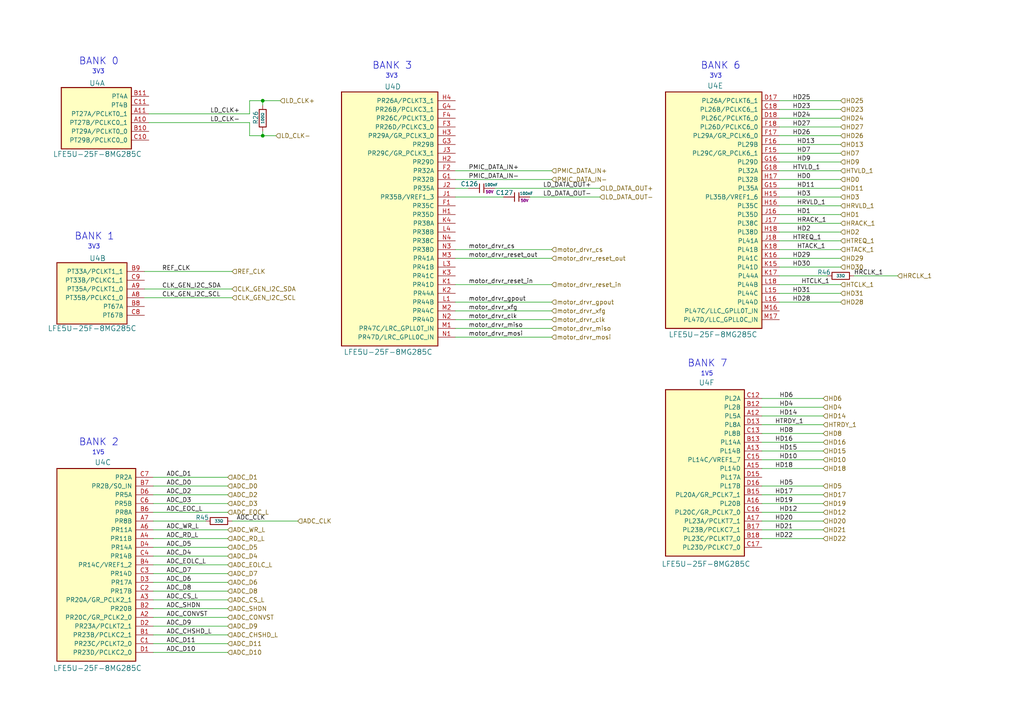
<source format=kicad_sch>
(kicad_sch (version 20250114) (generator "eeschema") (generator_version "9.0")
  (paper "A4")
  (lib_symbols
    (symbol "PCM_JLCPCB-Capacitors:0402,100nF,(2)" (pin_numbers (hide yes)) (pin_names (offset 0))
      (property "Reference" "C" (at 2.032 1.668 0))
      (property "Value" "100nF" (at 2.032 -0.3782 0))
      (property "Voltage Rated" "50V" (at 2.032 -2.0462 0))
      (symbol "0402,100nF,(2)_0_1"
        (polyline (pts (xy -1.27 0.635) (xy 1.27 0.635)) (stroke (width 0.254)))
        (polyline (pts (xy -1.27 -0.635) (xy 1.27 -0.635)) (stroke (width 0.254)))
      )
      (symbol "0402,100nF,(2)_1_1"
        (pin passive line (at 0 3.81 270) (length 3.175) (name "~") (number "1"))
        (pin passive line (at 0 -3.81 90) (length 3.175) (name "~") (number "2"))
      )
    )
    (symbol "PCM_JLCPCB-Resistors:0402,100Ω" (pin_numbers (hide yes)) (pin_names (offset 0))
      (property "Reference" "R" (at 1.778 0 0))
      (property "Value" "100Ω" (at 0 0 90))
      (symbol "0402,100Ω_0_1"
        (rectangle (start -1.016 2.54) (end 1.016 -2.54) (stroke (width 0.254)))
      )
      (symbol "0402,100Ω_1_1"
        (pin passive line (at 0 3.81 270) (length 1.27) (name "~") (number "1"))
        (pin passive line (at 0 -3.81 90) (length 1.27) (name "~") (number "2"))
      )
    )
    (symbol "PCM_JLCPCB-Resistors:0402,33Ω" (pin_numbers (hide yes)) (pin_names (offset 0))
      (property "Reference" "R" (at 1.778 0 0))
      (property "Value" "33Ω" (at 0 0 90))
      (symbol "0402,33Ω_0_1"
        (rectangle (start -1.016 2.54) (end 1.016 -2.54) (stroke (width 0.254)))
      )
      (symbol "0402,33Ω_1_1"
        (pin passive line (at 0 3.81 270) (length 1.27) (name "~") (number "1"))
        (pin passive line (at 0 -3.81 90) (length 1.27) (name "~") (number "2"))
      )
    )
    (symbol "gkl_lattice:ECP5U25-MG285" (pin_names (offset 1.016))
      (property "Reference" "U" (at 5.08 6.35 0))
      (property "Value" "gkl_lattice_ECP5U25-MG285" (at 5.08 3.81 0))
      (symbol "ECP5U25-MG285_1_1"
        (rectangle (start 5.08 2.54) (end 25.4 -15.24) (stroke (width 0.3048)) (fill (type background)))
        (pin bidirectional line (at 0 0 0) (length 5.08) (name "PT4A") (number "B11"))
        (pin bidirectional line (at 0 -2.54 0) (length 5.08) (name "PT4B") (number "C11"))
        (pin bidirectional line (at 0 -5.08 0) (length 5.08) (name "PT27A/PCLKT0_1") (number "A11"))
        (pin bidirectional line (at 0 -7.62 0) (length 5.08) (name "PT27B/PCLKC0_1") (number "A10"))
        (pin bidirectional line (at 0 -10.16 0) (length 5.08) (name "PT29A/PCLKT0_0") (number "B10"))
        (pin bidirectional line (at 0 -12.7 0) (length 5.08) (name "PT29B/PCLKC0_0") (number "C10"))
      )
      (symbol "ECP5U25-MG285_2_1"
        (rectangle (start 5.08 2.54) (end 25.4 -15.24) (stroke (width 0.3048)) (fill (type background)))
        (pin bidirectional line (at 0 0 0) (length 5.08) (name "PT33A/PCLKT1_1") (number "B9"))
        (pin bidirectional line (at 0 -2.54 0) (length 5.08) (name "PT33B/PCLKC1_1") (number "C9"))
        (pin bidirectional line (at 0 -5.08 0) (length 5.08) (name "PT35A/PCLKT1_0") (number "A9"))
        (pin bidirectional line (at 0 -7.62 0) (length 5.08) (name "PT35B/PCLKC1_0") (number "A8"))
        (pin bidirectional line (at 0 -10.16 0) (length 5.08) (name "PT67A") (number "B8"))
        (pin bidirectional line (at 0 -12.7 0) (length 5.08) (name "PT67B") (number "C8"))
      )
      (symbol "ECP5U25-MG285_3_1"
        (rectangle (start 5.08 2.54) (end 27.94 -53.34) (stroke (width 0.3048)) (fill (type background)))
        (pin bidirectional line (at 0 0 0) (length 5.08) (name "PR2A") (number "C7"))
        (pin bidirectional line (at 0 -2.54 0) (length 5.08) (name "PR2B/S0_IN") (number "B7"))
        (pin bidirectional line (at 0 -5.08 0) (length 5.08) (name "PR5A") (number "D6"))
        (pin bidirectional line (at 0 -7.62 0) (length 5.08) (name "PR5B") (number "C6"))
        (pin bidirectional line (at 0 -10.16 0) (length 5.08) (name "PR8A") (number "B6"))
        (pin bidirectional line (at 0 -12.7 0) (length 5.08) (name "PR8B") (number "A7"))
        (pin bidirectional line (at 0 -15.24 0) (length 5.08) (name "PR11A") (number "A6"))
        (pin bidirectional line (at 0 -17.78 0) (length 5.08) (name "PR11B") (number "A4"))
        (pin bidirectional line (at 0 -20.32 0) (length 5.08) (name "PR14A") (number "D4"))
        (pin bidirectional line (at 0 -22.86 0) (length 5.08) (name "PR14B") (number "C4"))
        (pin bidirectional line (at 0 -25.4 0) (length 5.08) (name "PR14C/VREF1_2") (number "B4"))
        (pin bidirectional line (at 0 -27.94 0) (length 5.08) (name "PR14D") (number "C3"))
        (pin bidirectional line (at 0 -30.48 0) (length 5.08) (name "PR17A") (number "D3"))
        (pin bidirectional line (at 0 -33.02 0) (length 5.08) (name "PR17B") (number "C2"))
        (pin bidirectional line (at 0 -35.56 0) (length 5.08) (name "PR20A/GR_PCLK2_1") (number "A3"))
        (pin bidirectional line (at 0 -38.1 0) (length 5.08) (name "PR20B") (number "B2"))
        (pin bidirectional line (at 0 -40.64 0) (length 5.08) (name "PR20C/GR_PCLK2_0") (number "A2"))
        (pin bidirectional line (at 0 -43.18 0) (length 5.08) (name "PR23A/PCLKT2_1") (number "D2"))
        (pin bidirectional line (at 0 -45.72 0) (length 5.08) (name "PR23B/PCLKC2_1") (number "B1"))
        (pin bidirectional line (at 0 -48.26 0) (length 5.08) (name "PR23C/PCLKT2_0") (number "C1"))
        (pin bidirectional line (at 0 -50.8 0) (length 5.08) (name "PR23D/PCLKC2_0") (number "D1"))
      )
      (symbol "ECP5U25-MG285_4_1"
        (rectangle (start 5.08 2.54) (end 33.02 -71.12) (stroke (width 0.3048)) (fill (type background)))
        (pin bidirectional line (at 0 0 0) (length 5.08) (name "PR26A/PCLKT3_1") (number "H4"))
        (pin bidirectional line (at 0 -2.54 0) (length 5.08) (name "PR26B/PCLKC3_1") (number "G4"))
        (pin bidirectional line (at 0 -5.08 0) (length 5.08) (name "PR26C/PCLKT3_0") (number "F4"))
        (pin bidirectional line (at 0 -7.62 0) (length 5.08) (name "PR26D/PCLKC3_0") (number "F3"))
        (pin bidirectional line (at 0 -10.16 0) (length 5.08) (name "PR29A/GR_PCLK3_0") (number "H3"))
        (pin bidirectional line (at 0 -12.7 0) (length 5.08) (name "PR29B") (number "G3"))
        (pin bidirectional line (at 0 -15.24 0) (length 5.08) (name "PR29C/GR_PCLK3_1") (number "J3"))
        (pin bidirectional line (at 0 -17.78 0) (length 5.08) (name "PR29D") (number "H2"))
        (pin bidirectional line (at 0 -20.32 0) (length 5.08) (name "PR32A") (number "F2"))
        (pin bidirectional line (at 0 -22.86 0) (length 5.08) (name "PR32B") (number "G1"))
        (pin bidirectional line (at 0 -25.4 0) (length 5.08) (name "PR35A") (number "J2"))
        (pin bidirectional line (at 0 -27.94 0) (length 5.08) (name "PR35B/VREF1_3") (number "J1"))
        (pin bidirectional line (at 0 -30.48 0) (length 5.08) (name "PR35C") (number "F1"))
        (pin bidirectional line (at 0 -33.02 0) (length 5.08) (name "PR35D") (number "H1"))
        (pin bidirectional line (at 0 -35.56 0) (length 5.08) (name "PR38A") (number "K4"))
        (pin bidirectional line (at 0 -38.1 0) (length 5.08) (name "PR38B") (number "L4"))
        (pin bidirectional line (at 0 -40.64 0) (length 5.08) (name "PR38C") (number "N4"))
        (pin bidirectional line (at 0 -43.18 0) (length 5.08) (name "PR38D") (number "N3"))
        (pin bidirectional line (at 0 -45.72 0) (length 5.08) (name "PR41A") (number "M3"))
        (pin bidirectional line (at 0 -48.26 0) (length 5.08) (name "PR41B") (number "L3"))
        (pin bidirectional line (at 0 -50.8 0) (length 5.08) (name "PR41C") (number "K3"))
        (pin bidirectional line (at 0 -53.34 0) (length 5.08) (name "PR41D") (number "K1"))
        (pin bidirectional line (at 0 -55.88 0) (length 5.08) (name "PR44A") (number "K2"))
        (pin bidirectional line (at 0 -58.42 0) (length 5.08) (name "PR44B") (number "L1"))
        (pin bidirectional line (at 0 -60.96 0) (length 5.08) (name "PR44C") (number "M2"))
        (pin bidirectional line (at 0 -63.5 0) (length 5.08) (name "PR44D") (number "N2"))
        (pin bidirectional line (at 0 -66.04 0) (length 5.08) (name "PR47C/LRC_GPLL0T_IN") (number "M1"))
        (pin bidirectional line (at 0 -68.58 0) (length 5.08) (name "PR47D/LRC_GPLL0C_IN") (number "N1"))
      )
      (symbol "ECP5U25-MG285_5_1"
        (rectangle (start 5.08 2.54) (end 33.02 -66.04) (stroke (width 0.3048)) (fill (type background)))
        (pin bidirectional line (at 0 0 0) (length 5.08) (name "PL26A/PCLKT6_1") (number "D17"))
        (pin bidirectional line (at 0 -2.54 0) (length 5.08) (name "PL26B/PCLKC6_1") (number "C18"))
        (pin bidirectional line (at 0 -5.08 0) (length 5.08) (name "PL26C/PCLKT6_0") (number "D18"))
        (pin bidirectional line (at 0 -7.62 0) (length 5.08) (name "PL26D/PCLKC6_0") (number "F18"))
        (pin bidirectional line (at 0 -10.16 0) (length 5.08) (name "PL29A/GR_PCLK6_0") (number "F17"))
        (pin bidirectional line (at 0 -12.7 0) (length 5.08) (name "PL29B") (number "F16"))
        (pin bidirectional line (at 0 -15.24 0) (length 5.08) (name "PL29C/GR_PCLK6_1") (number "F15"))
        (pin bidirectional line (at 0 -17.78 0) (length 5.08) (name "PL29D") (number "G16"))
        (pin bidirectional line (at 0 -20.32 0) (length 5.08) (name "PL32A") (number "G18"))
        (pin bidirectional line (at 0 -22.86 0) (length 5.08) (name "PL32B") (number "H17"))
        (pin bidirectional line (at 0 -25.4 0) (length 5.08) (name "PL35A") (number "G15"))
        (pin bidirectional line (at 0 -27.94 0) (length 5.08) (name "PL35B/VREF1_6") (number "H15"))
        (pin bidirectional line (at 0 -30.48 0) (length 5.08) (name "PL35C") (number "H16"))
        (pin bidirectional line (at 0 -33.02 0) (length 5.08) (name "PL35D") (number "J16"))
        (pin bidirectional line (at 0 -35.56 0) (length 5.08) (name "PL38C") (number "J17"))
        (pin bidirectional line (at 0 -38.1 0) (length 5.08) (name "PL38D") (number "H18"))
        (pin bidirectional line (at 0 -40.64 0) (length 5.08) (name "PL41A") (number "J18"))
        (pin bidirectional line (at 0 -43.18 0) (length 5.08) (name "PL41B") (number "K18"))
        (pin bidirectional line (at 0 -45.72 0) (length 5.08) (name "PL41C") (number "K16"))
        (pin bidirectional line (at 0 -48.26 0) (length 5.08) (name "PL41D") (number "K15"))
        (pin bidirectional line (at 0 -50.8 0) (length 5.08) (name "PL44A") (number "K17"))
        (pin bidirectional line (at 0 -53.34 0) (length 5.08) (name "PL44B") (number "L18"))
        (pin bidirectional line (at 0 -55.88 0) (length 5.08) (name "PL44C") (number "L15"))
        (pin bidirectional line (at 0 -58.42 0) (length 5.08) (name "PL44D") (number "L16"))
        (pin bidirectional line (at 0 -60.96 0) (length 5.08) (name "PL47C/LLC_GPLL0T_IN") (number "M16"))
        (pin bidirectional line (at 0 -63.5 0) (length 5.08) (name "PL47D/LLC_GPLL0C_IN") (number "M17"))
      )
      (symbol "ECP5U25-MG285_6_1"
        (rectangle (start 5.08 2.54) (end 27.94 -45.72) (stroke (width 0.3048)) (fill (type background)))
        (pin bidirectional line (at 0 0 0) (length 5.08) (name "PL2A") (number "C12"))
        (pin bidirectional line (at 0 -2.54 0) (length 5.08) (name "PL2B") (number "B12"))
        (pin bidirectional line (at 0 -5.08 0) (length 5.08) (name "PL5A") (number "A12"))
        (pin bidirectional line (at 0 -7.62 0) (length 5.08) (name "PL8A") (number "D13"))
        (pin bidirectional line (at 0 -10.16 0) (length 5.08) (name "PL8B") (number "C13"))
        (pin bidirectional line (at 0 -12.7 0) (length 5.08) (name "PL14A") (number "B13"))
        (pin bidirectional line (at 0 -15.24 0) (length 5.08) (name "PL14B") (number "A13"))
        (pin bidirectional line (at 0 -17.78 0) (length 5.08) (name "PL14C/VREF1_7") (number "C15"))
        (pin bidirectional line (at 0 -20.32 0) (length 5.08) (name "PL14D") (number "A15"))
        (pin bidirectional line (at 0 -22.86 0) (length 5.08) (name "PL17A") (number "D15"))
        (pin bidirectional line (at 0 -25.4 0) (length 5.08) (name "PL17B") (number "D16"))
        (pin bidirectional line (at 0 -27.94 0) (length 5.08) (name "PL20A/GR_PCLK7_1") (number "B15"))
        (pin bidirectional line (at 0 -30.48 0) (length 5.08) (name "PL20B") (number "A16"))
        (pin bidirectional line (at 0 -33.02 0) (length 5.08) (name "PL20C/GR_PCLK7_0") (number "C16"))
        (pin bidirectional line (at 0 -35.56 0) (length 5.08) (name "PL23A/PCLKT7_1") (number "A17"))
        (pin bidirectional line (at 0 -38.1 0) (length 5.08) (name "PL23B/PCLKC7_1") (number "B17"))
        (pin bidirectional line (at 0 -40.64 0) (length 5.08) (name "PL23C/PCLKT7_0") (number "B18"))
        (pin bidirectional line (at 0 -43.18 0) (length 5.08) (name "PL23D/PCLKC7_0") (number "C17"))
      )
      (symbol "ECP5U25-MG285_7_1"
        (rectangle (start 5.08 2.54) (end 45.72 -33.02) (stroke (width 0.3048)) (fill (type background)))
        (pin bidirectional line (at 0 0 0) (length 5.08) (name "PB4A/D7/IO7") (number "N15"))
        (pin bidirectional line (at 0 -2.54 0) (length 5.08) (name "PB4B/D6/IO6") (number "N16"))
        (pin bidirectional line (at 0 -5.08 0) (length 5.08) (name "PB6A/D5/MISO2/IO5") (number "N17"))
        (pin bidirectional line (at 0 -7.62 0) (length 5.08) (name "PB6B/D4/MOSI2/IO4") (number "M18"))
        (pin bidirectional line (at 0 -10.16 0) (length 5.08) (name "PB9A/D3/IO3") (number "N18"))
        (pin bidirectional line (at 0 -12.7 0) (length 5.08) (name "PB9B/D2/IO2") (number "R18"))
        (pin bidirectional line (at 0 -15.24 0) (length 5.08) (name "PB11A/D1/MISO/IO1") (number "T18"))
        (pin bidirectional line (at 0 -17.78 0) (length 5.08) (name "PB11B/D0/MOSI/IO0") (number "U18"))
        (pin bidirectional line (at 0 -20.32 0) (length 5.08) (name "PB13A/SN/CSN") (number "R17"))
        (pin bidirectional line (at 0 -22.86 0) (length 5.08) (name "PB13B/CS1N") (number "T17"))
        (pin bidirectional line (at 0 -25.4 0) (length 5.08) (name "PB15A/HOLDN/DI/BUSY/CSSPIN/CEN") (number "U17"))
        (pin bidirectional line (at 0 -27.94 0) (length 5.08) (name "PB15B/DOUT/CSON") (number "V17"))
        (pin bidirectional line (at 0 -30.48 0) (length 5.08) (name "PB18A/WRITEN") (number "R16"))
      )
      (symbol "ECP5U25-MG285_8_1"
        (rectangle (start 5.08 2.54) (end 25.4 -38.1) (stroke (width 0.3048)) (fill (type background)))
        (pin power_in line (at 0 0 0) (length 5.08) (name "CCLK/MCLK/SCK") (number "U16"))
        (pin power_in line (at 0 -2.54 0) (length 5.08) (name "CFG_0") (number "U14"))
        (pin power_in line (at 0 -5.08 0) (length 5.08) (name "CFG_1") (number "T14"))
        (pin power_in line (at 0 -7.62 0) (length 5.08) (name "CFG_2") (number "V15"))
        (pin power_in line (at 0 -10.16 0) (length 5.08) (name "DONE") (number "U15"))
        (pin power_in line (at 0 -12.7 0) (length 5.08) (name "INITN") (number "V16"))
        (pin power_in line (at 0 -15.24 0) (length 5.08) (name "PROGRAMN") (number "T15"))
        (pin power_in line (at 0 -17.78 0) (length 5.08) (name "TCK") (number "U13"))
        (pin power_in line (at 0 -20.32 0) (length 5.08) (name "TDI") (number "T13"))
        (pin power_in line (at 0 -22.86 0) (length 5.08) (name "TDO") (number "V14"))
        (pin power_in line (at 0 -25.4 0) (length 5.08) (name "TMS") (number "V13"))
        (pin power_in line (at 0 -27.94 0) (length 5.08) (name "RESERVED") (number "V11"))
        (pin power_in line (at 0 -30.48 0) (length 5.08) (name "RESERVED") (number "V12"))
        (pin power_in line (at 0 -33.02 0) (length 5.08) (name "RESERVED") (number "V2"))
        (pin power_in line (at 0 -35.56 0) (length 5.08) (name "RESERVED") (number "V3"))
      )
      (symbol "ECP5U25-MG285_9_1"
        (rectangle (start 5.08 2.54) (end 20.32 -25.4) (stroke (width 0.3048)) (fill (type background)))
        (pin power_in line (at 0 0 0) (length 5.08) (name "GND[123]") (number "B16"))
        (pin power_in line (at 0 0 0) (length 5.08) (name "GND[123]") (number "B3"))
        (pin power_in line (at 0 0 0) (length 5.08) (name "GND[123]") (number "E10"))
        (pin power_in line (at 0 0 0) (length 5.08) (name "GND[123]") (number "E11"))
        (pin power_in line (at 0 0 0) (length 5.08) (name "GND[123]") (number "E12"))
        (pin power_in line (at 0 0 0) (length 5.08) (name "GND[123]") (number "E14"))
        (pin power_in line (at 0 0 0) (length 5.08) (name "GND[123]") (number "E5"))
        (pin power_in line (at 0 0 0) (length 5.08) (name "GND[123]") (number "E7"))
        (pin power_in line (at 0 0 0) (length 5.08) (name "GND[123]") (number "E8"))
        (pin power_in line (at 0 0 0) (length 5.08) (name "GND[123]") (number "E9"))
        (pin power_in line (at 0 0 0) (length 5.08) (name "GND[123]") (number "F10"))
        (pin power_in line (at 0 0 0) (length 5.08) (name "GND[123]") (number "F11"))
        (pin power_in line (at 0 0 0) (length 5.08) (name "GND[123]") (number "F12"))
        (pin power_in line (at 0 0 0) (length 5.08) (name "GND[123]") (number "F13"))
        (pin power_in line (at 0 0 0) (length 5.08) (name "GND[123]") (number "F14"))
        (pin power_in line (at 0 0 0) (length 5.08) (name "GND[123]") (number "F5"))
        (pin power_in line (at 0 0 0) (length 5.08) (name "GND[123]") (number "F6"))
        (pin power_in line (at 0 0 0) (length 5.08) (name "GND[123]") (number "F7"))
        (pin power_in line (at 0 0 0) (length 5.08) (name "GND[123]") (number "F8"))
        (pin power_in line (at 0 0 0) (length 5.08) (name "GND[123]") (number "F9"))
        (pin power_in line (at 0 0 0) (length 5.08) (name "GND[123]") (number "G10"))
        (pin power_in line (at 0 0 0) (length 5.08) (name "GND[123]") (number "G11"))
        (pin power_in line (at 0 0 0) (length 5.08) (name "GND[123]") (number "G12"))
        (pin power_in line (at 0 0 0) (length 5.08) (name "GND[123]") (number "G13"))
        (pin power_in line (at 0 0 0) (length 5.08) (name "GND[123]") (number "G17"))
        (pin power_in line (at 0 0 0) (length 5.08) (name "GND[123]") (number "G2"))
        (pin power_in line (at 0 0 0) (length 5.08) (name "GND[123]") (number "G6"))
        (pin power_in line (at 0 0 0) (length 5.08) (name "GND[123]") (number "G7"))
        (pin power_in line (at 0 0 0) (length 5.08) (name "GND[123]") (number "G8"))
        (pin power_in line (at 0 0 0) (length 5.08) (name "GND[123]") (number "G9"))
        (pin power_in line (at 0 0 0) (length 5.08) (name "GND[123]") (number "H10"))
        (pin power_in line (at 0 0 0) (length 5.08) (name "GND[123]") (number "H11"))
        (pin power_in line (at 0 0 0) (length 5.08) (name "GND[123]") (number "H12"))
        (pin power_in line (at 0 0 0) (length 5.08) (name "GND[123]") (number "H13"))
        (pin power_in line (at 0 0 0) (length 5.08) (name "GND[123]") (number "H6"))
        (pin power_in line (at 0 0 0) (length 5.08) (name "GND[123]") (number "H7"))
        (pin power_in line (at 0 0 0) (length 5.08) (name "GND[123]") (number "H8"))
        (pin power_in line (at 0 0 0) (length 5.08) (name "GND[123]") (number "H9"))
        (pin power_in line (at 0 0 0) (length 5.08) (name "GND[123]") (number "J10"))
        (pin power_in line (at 0 0 0) (length 5.08) (name "GND[123]") (number "J11"))
        (pin power_in line (at 0 0 0) (length 5.08) (name "GND[123]") (number "J12"))
        (pin power_in line (at 0 0 0) (length 5.08) (name "GND[123]") (number "J13"))
        (pin power_in line (at 0 0 0) (length 5.08) (name "GND[123]") (number "J6"))
        (pin power_in line (at 0 0 0) (length 5.08) (name "GND[123]") (number "J7"))
        (pin power_in line (at 0 0 0) (length 5.08) (name "GND[123]") (number "J8"))
        (pin power_in line (at 0 0 0) (length 5.08) (name "GND[123]") (number "J9"))
        (pin power_in line (at 0 0 0) (length 5.08) (name "GND[123]") (number "K10"))
        (pin power_in line (at 0 0 0) (length 5.08) (name "GND[123]") (number "K11"))
        (pin power_in line (at 0 0 0) (length 5.08) (name "GND[123]") (number "K12"))
        (pin power_in line (at 0 0 0) (length 5.08) (name "GND[123]") (number "K13"))
        (pin power_in line (at 0 0 0) (length 5.08) (name "GND[123]") (number "K14"))
        (pin power_in line (at 0 0 0) (length 5.08) (name "GND[123]") (number "K5"))
        (pin power_in line (at 0 0 0) (length 5.08) (name "GND[123]") (number "K6"))
        (pin power_in line (at 0 0 0) (length 5.08) (name "GND[123]") (number "K7"))
        (pin power_in line (at 0 0 0) (length 5.08) (name "GND[123]") (number "K8"))
        (pin power_in line (at 0 0 0) (length 5.08) (name "GND[123]") (number "K9"))
        (pin power_in line (at 0 0 0) (length 5.08) (name "GND[123]") (number "L10"))
        (pin power_in line (at 0 0 0) (length 5.08) (name "GND[123]") (number "L11"))
        (pin power_in line (at 0 0 0) (length 5.08) (name "GND[123]") (number "L12"))
        (pin power_in line (at 0 0 0) (length 5.08) (name "GND[123]") (number "L13"))
        (pin power_in line (at 0 0 0) (length 5.08) (name "GND[123]") (number "L14"))
        (pin power_in line (at 0 0 0) (length 5.08) (name "GND[123]") (number "L17"))
        (pin power_in line (at 0 0 0) (length 5.08) (name "GND[123]") (number "L2"))
        (pin power_in line (at 0 0 0) (length 5.08) (name "GND[123]") (number "L5"))
        (pin power_in line (at 0 0 0) (length 5.08) (name "GND[123]") (number "L6"))
        (pin power_in line (at 0 0 0) (length 5.08) (name "GND[123]") (number "L7"))
        (pin power_in line (at 0 0 0) (length 5.08) (name "GND[123]") (number "L8"))
        (pin power_in line (at 0 0 0) (length 5.08) (name "GND[123]") (number "L9"))
        (pin power_in line (at 0 0 0) (length 5.08) (name "GND[123]") (number "M10"))
        (pin power_in line (at 0 0 0) (length 5.08) (name "GND[123]") (number "M11"))
        (pin power_in line (at 0 0 0) (length 5.08) (name "GND[123]") (number "M12"))
        (pin power_in line (at 0 0 0) (length 5.08) (name "GND[123]") (number "M13"))
        (pin power_in line (at 0 0 0) (length 5.08) (name "GND[123]") (number "M6"))
        (pin power_in line (at 0 0 0) (length 5.08) (name "GND[123]") (number "M7"))
        (pin power_in line (at 0 0 0) (length 5.08) (name "GND[123]") (number "M8"))
        (pin power_in line (at 0 0 0) (length 5.08) (name "GND[123]") (number "M9"))
        (pin power_in line (at 0 0 0) (length 5.08) (name "GND[123]") (number "N10"))
        (pin power_in line (at 0 0 0) (length 5.08) (name "GND[123]") (number "N11"))
        (pin power_in line (at 0 0 0) (length 5.08) (name "GND[123]") (number "N12"))
        (pin power_in line (at 0 0 0) (length 5.08) (name "GND[123]") (number "N7"))
        (pin power_in line (at 0 0 0) (length 5.08) (name "GND[123]") (number "N8"))
        (pin power_in line (at 0 0 0) (length 5.08) (name "GND[123]") (number "N9"))
        (pin power_in line (at 0 0 0) (length 5.08) (name "GND[123]") (number "P10"))
        (pin power_in line (at 0 0 0) (length 5.08) (name "GND[123]") (number "P12"))
        (pin power_in line (at 0 0 0) (length 5.08) (name "GND[123]") (number "P5"))
        (pin power_in line (at 0 0 0) (length 5.08) (name "GND[123]") (number "P6"))
        (pin power_in line (at 0 0 0) (length 5.08) (name "GND[123]") (number "P8"))
        (pin power_in line (at 0 0 0) (length 5.08) (name "GND[123]") (number "R1"))
        (pin power_in line (at 0 0 0) (length 5.08) (name "GND[123]") (number "R10"))
        (pin power_in line (at 0 0 0) (length 5.08) (name "GND[123]") (number "R2"))
        (pin power_in line (at 0 0 0) (length 5.08) (name "GND[123]") (number "R3"))
        (pin power_in line (at 0 0 0) (length 5.08) (name "GND[123]") (number "T1"))
        (pin power_in line (at 0 0 0) (length 5.08) (name "GND[123]") (number "T10"))
        (pin power_in line (at 0 0 0) (length 5.08) (name "GND[123]") (number "T11"))
        (pin power_in line (at 0 0 0) (length 5.08) (name "GND[123]") (number "T12"))
        (pin power_in line (at 0 0 0) (length 5.08) (name "GND[123]") (number "T16"))
        (pin power_in line (at 0 0 0) (length 5.08) (name "GND[123]") (number "T2"))
        (pin power_in line (at 0 0 0) (length 5.08) (name "GND[123]") (number "T3"))
        (pin power_in line (at 0 0 0) (length 5.08) (name "GND[123]") (number "T4"))
        (pin power_in line (at 0 0 0) (length 5.08) (name "GND[123]") (number "T5"))
        (pin power_in line (at 0 0 0) (length 5.08) (name "GND[123]") (number "T6"))
        (pin power_in line (at 0 0 0) (length 5.08) (name "GND[123]") (number "T7"))
        (pin power_in line (at 0 0 0) (length 5.08) (name "GND[123]") (number "T8"))
        (pin power_in line (at 0 0 0) (length 5.08) (name "GND[123]") (number "T9"))
        (pin power_in line (at 0 0 0) (length 5.08) (name "GND[123]") (number "U1"))
        (pin power_in line (at 0 0 0) (length 5.08) (name "GND[123]") (number "U10"))
        (pin power_in line (at 0 0 0) (length 5.08) (name "GND[123]") (number "U11"))
        (pin power_in line (at 0 0 0) (length 5.08) (name "GND[123]") (number "U12"))
        (pin power_in line (at 0 0 0) (length 5.08) (name "GND[123]") (number "U2"))
        (pin power_in line (at 0 0 0) (length 5.08) (name "GND[123]") (number "U3"))
        (pin power_in line (at 0 0 0) (length 5.08) (name "GND[123]") (number "U4"))
        (pin power_in line (at 0 0 0) (length 5.08) (name "GND[123]") (number "U5"))
        (pin power_in line (at 0 0 0) (length 5.08) (name "GND[123]") (number "U6"))
        (pin power_in line (at 0 0 0) (length 5.08) (name "GND[123]") (number "U7"))
        (pin power_in line (at 0 0 0) (length 5.08) (name "GND[123]") (number "U8"))
        (pin power_in line (at 0 0 0) (length 5.08) (name "GND[123]") (number "U9"))
        (pin power_in line (at 0 0 0) (length 5.08) (name "GND[123]") (number "V10"))
        (pin power_in line (at 0 0 0) (length 5.08) (name "GND[123]") (number "V4"))
        (pin power_in line (at 0 0 0) (length 5.08) (name "GND[123]") (number "V5"))
        (pin power_in line (at 0 0 0) (length 5.08) (name "GND[123]") (number "V6"))
        (pin power_in line (at 0 0 0) (length 5.08) (name "GND[123]") (number "V7"))
        (pin power_in line (at 0 0 0) (length 5.08) (name "GND[123]") (number "V8"))
        (pin power_in line (at 0 0 0) (length 5.08) (name "GND[123]") (number "V9"))
        (pin power_in line (at 0 -2.54 0) (length 5.08) (name "VCCAUX[4]") (number "E13"))
        (pin power_in line (at 0 -2.54 0) (length 5.08) (name "VCCAUX[4]") (number "E6"))
        (pin power_in line (at 0 -2.54 0) (length 5.08) (name "VCCAUX[4]") (number "N6"))
        (pin power_in line (at 0 -2.54 0) (length 5.08) (name "VCCAUX[4]") (number "P13"))
        (pin power_in line (at 0 -5.08 0) (length 5.08) (name "VCCIO0") (number "D12"))
        (pin power_in line (at 0 -7.62 0) (length 5.08) (name "VCCIO1") (number "D7"))
        (pin power_in line (at 0 -10.16 0) (length 5.08) (name "VCCIO2[2]") (number "G5"))
        (pin power_in line (at 0 -10.16 0) (length 5.08) (name "VCCIO2[2]") (number "H5"))
        (pin power_in line (at 0 -12.7 0) (length 5.08) (name "VCCIO3[2]") (number "M5"))
        (pin power_in line (at 0 -12.7 0) (length 5.08) (name "VCCIO3[2]") (number "N5"))
        (pin power_in line (at 0 -15.24 0) (length 5.08) (name "VCCIO6[2]") (number "M14"))
        (pin power_in line (at 0 -15.24 0) (length 5.08) (name "VCCIO6[2]") (number "N14"))
        (pin power_in line (at 0 -17.78 0) (length 5.08) (name "VCCIO7[2]") (number "G14"))
        (pin power_in line (at 0 -17.78 0) (length 5.08) (name "VCCIO7[2]") (number "H14"))
        (pin power_in line (at 0 -20.32 0) (length 5.08) (name "VCCIO8[2]") (number "N13"))
        (pin power_in line (at 0 -20.32 0) (length 5.08) (name "VCCIO8[2]") (number "P14"))
        (pin power_in line (at 0 -22.86 0) (length 5.08) (name "VCC[13]") (number "D10"))
        (pin power_in line (at 0 -22.86 0) (length 5.08) (name "VCC[13]") (number "D11"))
        (pin power_in line (at 0 -22.86 0) (length 5.08) (name "VCC[13]") (number "D8"))
        (pin power_in line (at 0 -22.86 0) (length 5.08) (name "VCC[13]") (number "D9"))
        (pin power_in line (at 0 -22.86 0) (length 5.08) (name "VCC[13]") (number "J14"))
        (pin power_in line (at 0 -22.86 0) (length 5.08) (name "VCC[13]") (number "J15"))
        (pin power_in line (at 0 -22.86 0) (length 5.08) (name "VCC[13]") (number "J4"))
        (pin power_in line (at 0 -22.86 0) (length 5.08) (name "VCC[13]") (number "J5"))
        (pin power_in line (at 0 -22.86 0) (length 5.08) (name "VCC[13]") (number "M15"))
        (pin power_in line (at 0 -22.86 0) (length 5.08) (name "VCC[13]") (number "M4"))
        (pin power_in line (at 0 -22.86 0) (length 5.08) (name "VCC[13]") (number "P11"))
        (pin power_in line (at 0 -22.86 0) (length 5.08) (name "VCC[13]") (number "P7"))
        (pin power_in line (at 0 -22.86 0) (length 5.08) (name "VCC[13]") (number "P9"))
      )
    )
  )
  (text "BANK 2" (at 22.86 129.54 0) (effects (font (size 2.032 2.032)) (justify left bottom)))
  (text "BANK 1" (at 21.59 69.85 0) (effects (font (size 2.032 2.032)) (justify left bottom)))
  (text "BANK 7" (at 199.39 106.68 0) (effects (font (size 2.032 2.032)) (justify left bottom)))
  (text "3V3\n" (at 111.76 22.86 0) (effects (font (size 1.27 1.27)) (justify left bottom)))
  (text "1V5" (at 26.67 132.08 0) (effects (font (size 1.27 1.27)) (justify left bottom)))
  (text "3V3" (at 25.4 72.39 0) (effects (font (size 1.27 1.27)) (justify left bottom)))
  (text "3V3\n" (at 205.74 22.86 0) (effects (font (size 1.27 1.27)) (justify left bottom)))
  (text "3V3\n" (at 26.67 21.59 0) (effects (font (size 1.27 1.27)) (justify left bottom)))
  (text "1V5" (at 203.2 109.22 0) (effects (font (size 1.27 1.27)) (justify left bottom)))
  (text "BANK 6" (at 203.2 20.32 0) (effects (font (size 2.032 2.032)) (justify left bottom)))
  (text "BANK 0" (at 22.86 19.05 0) (effects (font (size 2.032 2.032)) (justify left bottom)))
  (text "BANK 3" (at 107.95 20.32 0) (effects (font (size 2.032 2.032)) (justify left bottom)))
  (junction (at 76.2 39.37))
  (junction (at 76.2 29.21))
  (wire (pts (xy 226.06 72.39) (xy 243.84 72.39)))
  (wire (pts (xy 76.2 38.1) (xy 76.2 39.37)))
  (wire (pts (xy 44.45 166.37) (xy 66.04 166.37)))
  (wire (pts (xy 76.2 29.21) (xy 76.2 30.48)))
  (wire (pts (xy 41.91 86.36) (xy 67.31 86.36)))
  (wire (pts (xy 72.39 35.56) (xy 43.18 35.56)))
  (wire (pts (xy 247.65 80.01) (xy 260.35 80.01)))
  (wire (pts (xy 132.08 49.53) (xy 160.02 49.53)))
  (wire (pts (xy 132.08 54.61) (xy 135.89 54.61)))
  (wire (pts (xy 44.45 156.21) (xy 66.04 156.21)))
  (wire (pts (xy 226.06 67.31) (xy 243.84 67.31)))
  (wire (pts (xy 44.45 148.59) (xy 66.04 148.59)))
  (wire (pts (xy 72.39 29.21) (xy 72.39 33.02)))
  (wire (pts (xy 220.98 120.65) (xy 238.76 120.65)))
  (wire (pts (xy 220.98 123.19) (xy 238.76 123.19)))
  (wire (pts (xy 132.08 57.15) (xy 146.05 57.15)))
  (wire (pts (xy 220.98 140.97) (xy 238.76 140.97)))
  (wire (pts (xy 226.06 36.83) (xy 243.84 36.83)))
  (wire (pts (xy 226.06 62.23) (xy 243.84 62.23)))
  (wire (pts (xy 226.06 41.91) (xy 243.84 41.91)))
  (wire (pts (xy 220.98 130.81) (xy 238.76 130.81)))
  (wire (pts (xy 226.06 44.45) (xy 243.84 44.45)))
  (wire (pts (xy 220.98 125.73) (xy 238.76 125.73)))
  (wire (pts (xy 44.45 151.13) (xy 59.69 151.13)))
  (wire (pts (xy 44.45 146.05) (xy 66.04 146.05)))
  (wire (pts (xy 44.45 153.67) (xy 66.04 153.67)))
  (wire (pts (xy 44.45 179.07) (xy 66.04 179.07)))
  (wire (pts (xy 153.67 57.15) (xy 173.99 57.15)))
  (wire (pts (xy 143.51 54.61) (xy 173.99 54.61)))
  (wire (pts (xy 44.45 186.69) (xy 66.04 186.69)))
  (wire (pts (xy 220.98 135.89) (xy 238.76 135.89)))
  (wire (pts (xy 220.98 148.59) (xy 238.76 148.59)))
  (wire (pts (xy 44.45 171.45) (xy 66.04 171.45)))
  (wire (pts (xy 220.98 115.57) (xy 238.76 115.57)))
  (wire (pts (xy 226.06 59.69) (xy 243.84 59.69)))
  (wire (pts (xy 226.06 49.53) (xy 243.84 49.53)))
  (wire (pts (xy 226.06 69.85) (xy 243.84 69.85)))
  (wire (pts (xy 44.45 143.51) (xy 66.04 143.51)))
  (wire (pts (xy 132.08 82.55) (xy 160.02 82.55)))
  (wire (pts (xy 72.39 39.37) (xy 72.39 35.56)))
  (wire (pts (xy 44.45 161.29) (xy 66.04 161.29)))
  (wire (pts (xy 226.06 87.63) (xy 243.84 87.63)))
  (wire (pts (xy 220.98 143.51) (xy 238.76 143.51)))
  (wire (pts (xy 132.08 90.17) (xy 160.02 90.17)))
  (wire (pts (xy 41.91 83.82) (xy 67.31 83.82)))
  (wire (pts (xy 132.08 87.63) (xy 160.02 87.63)))
  (wire (pts (xy 220.98 146.05) (xy 238.76 146.05)))
  (wire (pts (xy 226.06 34.29) (xy 243.84 34.29)))
  (wire (pts (xy 132.08 95.25) (xy 160.02 95.25)))
  (wire (pts (xy 44.45 181.61) (xy 66.04 181.61)))
  (wire (pts (xy 44.45 176.53) (xy 66.04 176.53)))
  (wire (pts (xy 67.31 151.13) (xy 86.36 151.13)))
  (wire (pts (xy 220.98 156.21) (xy 238.76 156.21)))
  (wire (pts (xy 44.45 168.91) (xy 66.04 168.91)))
  (wire (pts (xy 226.06 52.07) (xy 243.84 52.07)))
  (wire (pts (xy 226.06 74.93) (xy 243.84 74.93)))
  (wire (pts (xy 220.98 128.27) (xy 238.76 128.27)))
  (wire (pts (xy 132.08 92.71) (xy 160.02 92.71)))
  (wire (pts (xy 72.39 39.37) (xy 76.2 39.37)))
  (wire (pts (xy 220.98 133.35) (xy 238.76 133.35)))
  (wire (pts (xy 72.39 33.02) (xy 43.18 33.02)))
  (wire (pts (xy 226.06 54.61) (xy 243.84 54.61)))
  (wire (pts (xy 226.06 29.21) (xy 243.84 29.21)))
  (wire (pts (xy 226.06 64.77) (xy 243.84 64.77)))
  (wire (pts (xy 44.45 184.15) (xy 66.04 184.15)))
  (wire (pts (xy 226.06 82.55) (xy 243.84 82.55)))
  (wire (pts (xy 132.08 97.79) (xy 160.02 97.79)))
  (wire (pts (xy 44.45 138.43) (xy 66.04 138.43)))
  (wire (pts (xy 44.45 140.97) (xy 66.04 140.97)))
  (wire (pts (xy 76.2 39.37) (xy 80.01 39.37)))
  (wire (pts (xy 41.91 78.74) (xy 67.31 78.74)))
  (wire (pts (xy 44.45 173.99) (xy 66.04 173.99)))
  (wire (pts (xy 132.08 72.39) (xy 160.02 72.39)))
  (wire (pts (xy 44.45 158.75) (xy 66.04 158.75)))
  (wire (pts (xy 226.06 31.75) (xy 243.84 31.75)))
  (wire (pts (xy 44.45 189.23) (xy 66.04 189.23)))
  (wire (pts (xy 226.06 85.09) (xy 243.84 85.09)))
  (wire (pts (xy 226.06 46.99) (xy 243.84 46.99)))
  (wire (pts (xy 220.98 118.11) (xy 238.76 118.11)))
  (wire (pts (xy 44.45 163.83) (xy 66.04 163.83)))
  (wire (pts (xy 72.39 29.21) (xy 76.2 29.21)))
  (wire (pts (xy 220.98 151.13) (xy 238.76 151.13)))
  (wire (pts (xy 226.06 57.15) (xy 243.84 57.15)))
  (wire (pts (xy 132.08 74.93) (xy 160.02 74.93)))
  (wire (pts (xy 132.08 52.07) (xy 160.02 52.07)))
  (wire (pts (xy 226.06 80.01) (xy 240.03 80.01)))
  (wire (pts (xy 76.2 29.21) (xy 81.28 29.21)))
  (wire (pts (xy 226.06 77.47) (xy 243.84 77.47)))
  (wire (pts (xy 220.98 153.67) (xy 238.76 153.67)))
  (wire (pts (xy 226.06 39.37) (xy 243.84 39.37)))
  (label "motor_drvr_clk" (at 135.89 92.71 0))
  (label "HD30" (at 229.87 77.47 0))
  (label "HD0" (at 231.14 52.07 0))
  (label "ADC_EOLC_L" (at 48.26 163.83 0))
  (label "HD27" (at 229.87 36.83 0))
  (label "HD6" (at 226.06 115.57 0))
  (label "ADC_D2" (at 48.26 143.51 0))
  (label "ADC_EOC_L" (at 48.26 148.59 0))
  (label "HD9" (at 231.14 46.99 0))
  (label "PMIC_DATA_IN+" (at 135.89 49.53 0))
  (label "ADC_D5" (at 48.26 158.75 0))
  (label "CLK_GEN_I2C_SDA" (at 46.99 83.82 0))
  (label "HD21" (at 224.79 153.67 0))
  (label "HD13" (at 231.14 41.91 0))
  (label "HD2" (at 231.14 67.31 0))
  (label "CLK_GEN_I2C_SCL" (at 46.99 86.36 0))
  (label "ADC_CHSHD_L" (at 48.26 184.15 0))
  (label "HRACK_1" (at 231.14 64.77 0))
  (label "ADC_CLK" (at 68.58 151.13 0))
  (label "motor_drvr_reset_out" (at 135.89 74.93 0))
  (label "ADC_D4" (at 48.26 161.29 0))
  (label "HD14" (at 226.06 120.65 0))
  (label "ADC_RD_L" (at 48.26 156.21 0))
  (label "motor_drvr_miso" (at 135.89 95.25 0))
  (label "motor_drvr_xfg" (at 135.89 90.17 0))
  (label "HTRDY_1" (at 224.79 123.19 0))
  (label "HD23" (at 229.87 31.75 0))
  (label "HD11" (at 231.14 54.61 0))
  (label "HRVLD_1" (at 231.14 59.69 0))
  (label "ADC_WR_L" (at 48.26 153.67 0))
  (label "motor_drvr_mosi" (at 135.89 97.79 0))
  (label "HD10" (at 226.06 133.35 0))
  (label "LD_DATA_OUT+" (at 157.48 54.61 0))
  (label "HD12" (at 226.06 148.59 0))
  (label "LD_CLK-" (at 60.96 35.56 0))
  (label "REF_CLK" (at 46.99 78.74 0))
  (label "ADC_D0" (at 48.26 140.97 0))
  (label "motor_drvr_reset_in" (at 135.89 82.55 0))
  (label "HRCLK_1" (at 247.65 80.01 0))
  (label "motor_drvr_gpout" (at 135.89 87.63 0))
  (label "HD17" (at 224.79 143.51 0))
  (label "ADC_D1" (at 48.26 138.43 0))
  (label "LD_CLK+" (at 60.96 33.02 0))
  (label "HD18" (at 224.79 135.89 0))
  (label "ADC_CS_L" (at 48.26 173.99 0))
  (label "HTCLK_1" (at 232.41 82.55 0))
  (label "ADC_D8" (at 48.26 171.45 0))
  (label "HD5" (at 226.06 140.97 0))
  (label "HD16" (at 224.79 128.27 0))
  (label "HTREQ_1" (at 229.87 69.85 0))
  (label "ADC_D6" (at 48.26 168.91 0))
  (label "HD15" (at 226.06 130.81 0))
  (label "ADC_SHDN" (at 48.26 176.53 0))
  (label "HD31" (at 229.87 85.09 0))
  (label "ADC_D9" (at 48.26 181.61 0))
  (label "ADC_D11" (at 48.26 186.69 0))
  (label "HTACK_1" (at 231.14 72.39 0))
  (label "PMIC_DATA_IN-" (at 135.89 52.07 0))
  (label "ADC_D7" (at 48.26 166.37 0))
  (label "HD7" (at 231.14 44.45 0))
  (label "motor_drvr_cs" (at 135.89 72.39 0))
  (label "HD22" (at 224.79 156.21 0))
  (label "LD_DATA_OUT-" (at 157.48 57.15 0))
  (label "HD20" (at 224.79 151.13 0))
  (label "HD8" (at 226.06 125.73 0))
  (label "HD24" (at 229.87 34.29 0))
  (label "HTVLD_1" (at 229.87 49.53 0))
  (label "ADC_D10" (at 48.26 189.23 0))
  (label "ADC_D3" (at 48.26 146.05 0))
  (label "HD3" (at 231.14 57.15 0))
  (label "HD19" (at 224.79 146.05 0))
  (label "HD28" (at 229.87 87.63 0))
  (label "HD26" (at 229.87 39.37 0))
  (label "HD4" (at 226.06 118.11 0))
  (label "ADC_CONVST" (at 48.26 179.07 0))
  (label "HD1" (at 231.14 62.23 0))
  (label "HD25" (at 229.87 29.21 0))
  (label "HD29" (at 229.87 74.93 0))
  (hierarchical_label "PMIC_DATA_IN+" (shape input) (at 160.02 49.53 0))
  (hierarchical_label "HD19" (shape input) (at 238.76 146.05 0))
  (hierarchical_label "motor_drvr_cs" (shape input) (at 160.02 72.39 0))
  (hierarchical_label "HD6" (shape input) (at 238.76 115.57 0))
  (hierarchical_label "HD23" (shape input) (at 243.84 31.75 0))
  (hierarchical_label "HD3" (shape input) (at 243.84 57.15 0))
  (hierarchical_label "ADC_EOC_L" (shape input) (at 66.04 148.59 0))
  (hierarchical_label "REF_CLK" (shape input) (at 67.31 78.74 0))
  (hierarchical_label "HD17" (shape input) (at 238.76 143.51 0))
  (hierarchical_label "ADC_D10" (shape input) (at 66.04 189.23 0))
  (hierarchical_label "ADC_CONVST" (shape input) (at 66.04 179.07 0))
  (hierarchical_label "PMIC_DATA_IN-" (shape input) (at 160.02 52.07 0))
  (hierarchical_label "HD26" (shape input) (at 243.84 39.37 0))
  (hierarchical_label "HTACK_1" (shape input) (at 243.84 72.39 0))
  (hierarchical_label "HD9" (shape input) (at 243.84 46.99 0))
  (hierarchical_label "CLK_GEN_I2C_SDA" (shape input) (at 67.31 83.82 0))
  (hierarchical_label "motor_drvr_miso" (shape input) (at 160.02 95.25 0))
  (hierarchical_label "HTVLD_1" (shape input) (at 243.84 49.53 0))
  (hierarchical_label "ADC_D2" (shape input) (at 66.04 143.51 0))
  (hierarchical_label "ADC_D1" (shape input) (at 66.04 138.43 0))
  (hierarchical_label "LD_CLK+" (shape input) (at 81.28 29.21 0))
  (hierarchical_label "HRCLK_1" (shape input) (at 260.35 80.01 0))
  (hierarchical_label "motor_drvr_mosi" (shape input) (at 160.02 97.79 0))
  (hierarchical_label "ADC_EOLC_L" (shape input) (at 66.04 163.83 0))
  (hierarchical_label "ADC_D4" (shape input) (at 66.04 161.29 0))
  (hierarchical_label "ADC_D3" (shape input) (at 66.04 146.05 0))
  (hierarchical_label "motor_drvr_clk" (shape input) (at 160.02 92.71 0))
  (hierarchical_label "HD14" (shape input) (at 238.76 120.65 0))
  (hierarchical_label "ADC_D7" (shape input) (at 66.04 166.37 0))
  (hierarchical_label "HD1" (shape input) (at 243.84 62.23 0))
  (hierarchical_label "HD4" (shape input) (at 238.76 118.11 0))
  (hierarchical_label "HD15" (shape input) (at 238.76 130.81 0))
  (hierarchical_label "HD28" (shape input) (at 243.84 87.63 0))
  (hierarchical_label "HD18" (shape input) (at 238.76 135.89 0))
  (hierarchical_label "HD20" (shape input) (at 238.76 151.13 0))
  (hierarchical_label "HD25" (shape input) (at 243.84 29.21 0))
  (hierarchical_label "HD0" (shape input) (at 243.84 52.07 0))
  (hierarchical_label "LD_CLK-" (shape input) (at 80.01 39.37 0))
  (hierarchical_label "motor_drvr_reset_out" (shape input) (at 160.02 74.93 0))
  (hierarchical_label "ADC_D11" (shape input) (at 66.04 186.69 0))
  (hierarchical_label "ADC_RD_L" (shape input) (at 66.04 156.21 0))
  (hierarchical_label "CLK_GEN_I2C_SCL" (shape input) (at 67.31 86.36 0))
  (hierarchical_label "HD10" (shape input) (at 238.76 133.35 0))
  (hierarchical_label "ADC_SHDN" (shape input) (at 66.04 176.53 0))
  (hierarchical_label "HD16" (shape input) (at 238.76 128.27 0))
  (hierarchical_label "ADC_CLK" (shape input) (at 86.36 151.13 0))
  (hierarchical_label "ADC_CHSHD_L" (shape input) (at 66.04 184.15 0))
  (hierarchical_label "HD30" (shape input) (at 243.84 77.47 0))
  (hierarchical_label "HD31" (shape input) (at 243.84 85.09 0))
  (hierarchical_label "HD12" (shape input) (at 238.76 148.59 0))
  (hierarchical_label "LD_DATA_OUT-" (shape input) (at 173.99 57.15 0))
  (hierarchical_label "LD_DATA_OUT+" (shape input) (at 173.99 54.61 0))
  (hierarchical_label "HD21" (shape input) (at 238.76 153.67 0))
  (hierarchical_label "HRACK_1" (shape input) (at 243.84 64.77 0))
  (hierarchical_label "HD29" (shape input) (at 243.84 74.93 0))
  (hierarchical_label "ADC_CS_L" (shape input) (at 66.04 173.99 0))
  (hierarchical_label "ADC_D5" (shape input) (at 66.04 158.75 0))
  (hierarchical_label "HD13" (shape input) (at 243.84 41.91 0))
  (hierarchical_label "HTRDY_1" (shape input) (at 238.76 123.19 0))
  (hierarchical_label "HD8" (shape input) (at 238.76 125.73 0))
  (hierarchical_label "ADC_D0" (shape input) (at 66.04 140.97 0))
  (hierarchical_label "HD7" (shape input) (at 243.84 44.45 0))
  (hierarchical_label "HD27" (shape input) (at 243.84 36.83 0))
  (hierarchical_label "HRVLD_1" (shape input) (at 243.84 59.69 0))
  (hierarchical_label "HTREQ_1" (shape input) (at 243.84 69.85 0))
  (hierarchical_label "motor_drvr_gpout" (shape input) (at 160.02 87.63 0))
  (hierarchical_label "ADC_D8" (shape input) (at 66.04 171.45 0))
  (hierarchical_label "HTCLK_1" (shape input) (at 243.84 82.55 0))
  (hierarchical_label "HD24" (shape input) (at 243.84 34.29 0))
  (hierarchical_label "motor_drvr_reset_in" (shape input) (at 160.02 82.55 0))
  (hierarchical_label "motor_drvr_xfg" (shape input) (at 160.02 90.17 0))
  (hierarchical_label "ADC_WR_L" (shape input) (at 66.04 153.67 0))
  (hierarchical_label "HD22" (shape input) (at 238.76 156.21 0))
  (hierarchical_label "ADC_D9" (shape input) (at 66.04 181.61 0))
  (hierarchical_label "HD11" (shape input) (at 243.84 54.61 0))
  (hierarchical_label "ADC_D6" (shape input) (at 66.04 168.91 0))
  (hierarchical_label "HD5" (shape input) (at 238.76 140.97 0))
  (hierarchical_label "HD2" (shape input) (at 243.84 67.31 0))
  (symbol (lib_id "gkl_lattice:ECP5U25-MG285") (at 43.18 27.94 0) (mirror y) (unit 1)
    (property "Reference" "U4" (at 30.48 24.13 0) (effects (font (size 1.524 1.524)) (justify left)))
    (property "Value" "LFE5U-25F-8MG285C" (at 41.148 44.704 0) (effects (font (size 1.524 1.524)) (justify left)))
    (property "Footprint" "easyeda:csBGA285" (effects (hide yes)))
    (property "PN" "LFE5U-25F-8MG285C" (effects (hide yes)))
    (property "Mfg" "Lattice Semiconductor Corporation" (effects (hide yes)))
    (property "Mfg_1" "Lattice Semiconductor Corporation" (effects (hide yes)))
    (property "PN_1" "LFE5U-25F-8MG285I" (effects (hide yes)))
    (property "mfg_product-variant:85F/4G" "Lattice Semiconductor Corporation" (effects (hide yes)))
    (property "pn_product-variant: 85F/4G" "LFE5U-85F-8MG285" (effects (hide yes)))
  )
  (symbol (lib_id "gkl_lattice:ECP5U25-MG285") (at 41.91 78.74 0) (mirror y) (unit 2)
    (property "Reference" "U4" (at 30.734 74.93 0) (effects (font (size 1.524 1.524)) (justify left)))
    (property "Value" "LFE5U-25F-8MG285C" (at 39.624 95.25 0) (effects (font (size 1.524 1.524)) (justify left)))
    (property "Footprint" "easyeda:csBGA285" (effects (hide yes)))
    (property "PN" "LFE5U-25F-8MG285C" (effects (hide yes)))
    (property "Mfg" "Lattice Semiconductor Corporation" (effects (hide yes)))
    (property "Mfg_1" "Lattice Semiconductor Corporation" (effects (hide yes)))
    (property "PN_1" "LFE5U-25F-8MG285I" (effects (hide yes)))
    (property "mfg_product-variant:85F/4G" "Lattice Semiconductor Corporation" (effects (hide yes)))
    (property "pn_product-variant: 85F/4G" "LFE5U-85F-8MG285" (effects (hide yes)))
  )
  (symbol (lib_id "gkl_lattice:ECP5U25-MG285") (at 44.45 138.43 0) (mirror y) (unit 3)
    (property "Reference" "U4" (at 32.258 134.112 0) (effects (font (size 1.524 1.524)) (justify left)))
    (property "Value" "LFE5U-25F-8MG285C" (at 41.148 193.802 0) (effects (font (size 1.524 1.524)) (justify left)))
    (property "Footprint" "easyeda:csBGA285" (effects (hide yes)))
    (property "PN" "LFE5U-25F-8MG285C" (effects (hide yes)))
    (property "Mfg" "Lattice Semiconductor Corporation" (effects (hide yes)))
    (property "Mfg_1" "Lattice Semiconductor Corporation" (effects (hide yes)))
    (property "PN_1" "LFE5U-25F-8MG285I" (effects (hide yes)))
    (property "mfg_product-variant:85F/4G" "Lattice Semiconductor Corporation" (effects (hide yes)))
    (property "pn_product-variant: 85F/4G" "LFE5U-85F-8MG285" (effects (hide yes)))
  )
  (symbol (lib_id "gkl_lattice:ECP5U25-MG285") (at 132.08 29.21 0) (mirror y) (unit 4)
    (property "Reference" "U4" (at 116.332 25.146 0) (effects (font (size 1.524 1.524)) (justify left)))
    (property "Value" "LFE5U-25F-8MG285C" (at 125.476 102.108 0) (effects (font (size 1.524 1.524)) (justify left)))
    (property "Footprint" "easyeda:csBGA285" (effects (hide yes)))
    (property "PN" "LFE5U-25F-8MG285C" (effects (hide yes)))
    (property "Mfg" "Lattice Semiconductor Corporation" (effects (hide yes)))
    (property "Mfg_1" "Lattice Semiconductor Corporation" (effects (hide yes)))
    (property "PN_1" "LFE5U-25F-8MG285I" (effects (hide yes)))
    (property "mfg_product-variant:85F/4G" "Lattice Semiconductor Corporation" (effects (hide yes)))
    (property "pn_product-variant: 85F/4G" "LFE5U-85F-8MG285" (effects (hide yes)))
  )
  (symbol (lib_id "gkl_lattice:ECP5U25-MG285") (at 226.06 29.21 0) (mirror y) (unit 5)
    (property "Reference" "U4" (at 209.804 24.892 0) (effects (font (size 1.524 1.524)) (justify left)))
    (property "Value" "LFE5U-25F-8MG285C" (at 219.71 97.028 0) (effects (font (size 1.524 1.524)) (justify left)))
    (property "Footprint" "easyeda:csBGA285" (effects (hide yes)))
    (property "PN" "LFE5U-25F-8MG285C" (effects (hide yes)))
    (property "Mfg" "Lattice Semiconductor Corporation" (effects (hide yes)))
    (property "Mfg_1" "Lattice Semiconductor Corporation" (effects (hide yes)))
    (property "PN_1" "LFE5U-25F-8MG285I" (effects (hide yes)))
    (property "mfg_product-variant:85F/4G" "Lattice Semiconductor Corporation" (effects (hide yes)))
    (property "pn_product-variant: 85F/4G" "LFE5U-85F-8MG285" (effects (hide yes)))
  )
  (symbol (lib_id "gkl_lattice:ECP5U25-MG285") (at 220.98 115.57 0) (mirror y) (unit 6)
    (property "Reference" "U4" (at 207.264 110.998 0) (effects (font (size 1.524 1.524)) (justify left)))
    (property "Value" "LFE5U-25F-8MG285C" (at 217.678 163.576 0) (effects (font (size 1.524 1.524)) (justify left)))
    (property "Footprint" "easyeda:csBGA285" (effects (hide yes)))
    (property "PN" "LFE5U-25F-8MG285C" (effects (hide yes)))
    (property "Mfg" "Lattice Semiconductor Corporation" (effects (hide yes)))
    (property "Mfg_1" "Lattice Semiconductor Corporation" (effects (hide yes)))
    (property "PN_1" "LFE5U-25F-8MG285I" (effects (hide yes)))
    (property "mfg_product-variant:85F/4G" "Lattice Semiconductor Corporation" (effects (hide yes)))
    (property "pn_product-variant: 85F/4G" "LFE5U-85F-8MG285" (effects (hide yes)))
  )
  (symbol (lib_id "PCM_JLCPCB-Resistors:0402,100Ω") (at 76.2 34.29 0) (unit 1)
    (property "Reference" "R26" (at 74.168 36.068 90) (effects (justify left)))
    (property "Value" "100Ω" (at 76.2 34.29 90) (effects (font (size 0.8 0.8))))
    (property "Footprint" "PCM_JLCPCB:R_0402" (effects (hide yes)))
    (property "Datasheet" "https://www.lcsc.com/datasheet/lcsc_datasheet_2205311900_UNI-ROYAL-Uniroyal-Elec-0402WGF1000TCE_C25076.pdf" (effects (hide yes)))
    (property "Description" "62.5mW Thick Film Resistors 50V ±1% ±200ppm/°C 100Ω 0402 Chip Resistor - Surface Mount ROHS" (effects (hide yes)))
    (property "LCSC" "C25076" (effects (hide yes)))
    (property "Stock" "4245080" (effects (hide yes)))
    (property "Price" "0.004USD" (effects (hide yes)))
    (property "Process" "SMT" (effects (hide yes)))
    (property "Minimum Qty" "20" (effects (hide yes)))
    (property "Attrition Qty" "10" (effects (hide yes)))
    (property "Class" "Basic Component" (effects (hide yes)))
    (property "Category" "Resistors,Chip Resistor - Surface Mount" (effects (hide yes)))
    (property "Manufacturer" "UNI-ROYAL(Uniroyal Elec)" (effects (hide yes)))
    (property "Part" "0402WGF1000TCE" (effects (hide yes)))
    (property "Resistance" "100Ω" (effects (hide yes)))
    (property "Power(Watts)" "62.5mW" (effects (hide yes)))
    (property "Type" "Thick Film Resistors" (effects (hide yes)))
    (property "Overload Voltage (Max)" "50V" (effects (hide yes)))
    (property "Operating Temperature Range" "-55°C~+155°C" (effects (hide yes)))
    (property "Tolerance" "±1%" (effects (hide yes)))
    (property "Temperature Coefficient" "±200ppm/°C" (effects (hide yes)))
  )
  (symbol (lib_id "PCM_JLCPCB-Resistors:0402,33Ω") (at 63.5 151.13 270) (unit 1)
    (property "Reference" "R45" (at 58.674 150.114 90))
    (property "Value" "33Ω" (at 63.5 151.13 90) (effects (font (size 0.8 0.8))))
    (property "Footprint" "PCM_JLCPCB:R_0402" (effects (hide yes)))
    (property "Datasheet" "https://www.lcsc.com/datasheet/lcsc_datasheet_2205311900_UNI-ROYAL-Uniroyal-Elec-0402WGF330JTCE_C25105.pdf" (effects (hide yes)))
    (property "Description" "62.5mW Thick Film Resistors 50V ±100ppm/°C ±1% 33Ω 0402 Chip Resistor - Surface Mount ROHS" (effects (hide yes)))
    (property "LCSC" "C25105" (effects (hide yes)))
    (property "Stock" "1102417" (effects (hide yes)))
    (property "Price" "0.004USD" (effects (hide yes)))
    (property "Process" "SMT" (effects (hide yes)))
    (property "Minimum Qty" "20" (effects (hide yes)))
    (property "Attrition Qty" "10" (effects (hide yes)))
    (property "Class" "Basic Component" (effects (hide yes)))
    (property "Category" "Resistors,Chip Resistor - Surface Mount" (effects (hide yes)))
    (property "Manufacturer" "UNI-ROYAL(Uniroyal Elec)" (effects (hide yes)))
    (property "Part" "0402WGF330JTCE" (effects (hide yes)))
    (property "Resistance" "33Ω" (effects (hide yes)))
    (property "Power(Watts)" "62.5mW" (effects (hide yes)))
    (property "Type" "Thick Film Resistors" (effects (hide yes)))
    (property "Overload Voltage (Max)" "50V" (effects (hide yes)))
    (property "Operating Temperature Range" "-55°C~+155°C" (effects (hide yes)))
    (property "Tolerance" "±1%" (effects (hide yes)))
    (property "Temperature Coefficient" "±100ppm/°C" (effects (hide yes)))
  )
  (symbol (lib_id "PCM_JLCPCB-Capacitors:0402,100nF,(2)") (at 149.86 57.15 90) (unit 1)
    (property "Reference" "C127" (at 146.304 55.88 90))
    (property "Value" "100nF" (at 152.654 56.134 90) (effects (font (size 0.8 0.8))))
    (property "Footprint" "PCM_JLCPCB:C_0402" (effects (hide yes)))
    (property "Datasheet" "https://www.lcsc.com/datasheet/lcsc_datasheet_2304140030_Samsung-Electro-Mechanics-CL05B104KB54PNC_C307331.pdf" (effects (hide yes)))
    (property "Description" "50V 100nF X7R ±10% 0402 Multilayer Ceramic Capacitors MLCC - SMD/SMT ROHS" (effects (hide yes)))
    (property "LCSC" "C307331" (effects (hide yes)))
    (property "Stock" "7501618" (effects (hide yes)))
    (property "Price" "0.008USD" (effects (hide yes)))
    (property "Process" "SMT" (effects (hide yes)))
    (property "Minimum Qty" "20" (effects (hide yes)))
    (property "Attrition Qty" "10" (effects (hide yes)))
    (property "Class" "Basic Component" (effects (hide yes)))
    (property "Category" "Capacitors,Multilayer Ceramic Capacitors MLCC - SMD/SMT" (effects (hide yes)))
    (property "Manufacturer" "Samsung Electro-Mechanics" (effects (hide yes)))
    (property "Part" "CL05B104KB54PNC" (effects (hide yes)))
    (property "Voltage Rated" "50V" (at 152.146 58.166 90) (effects (font (size 0.8 0.8))))
    (property "Tolerance" "±10%" (effects (hide yes)))
    (property "Capacitance" "100nF" (effects (hide yes)))
    (property "Temperature Coefficient" "X7R" (effects (hide yes)))
  )
  (symbol (lib_id "PCM_JLCPCB-Capacitors:0402,100nF,(2)") (at 139.7 54.61 90) (unit 1)
    (property "Reference" "C126" (at 136.144 53.34 90))
    (property "Value" "100nF" (at 142.494 53.594 90) (effects (font (size 0.8 0.8))))
    (property "Footprint" "PCM_JLCPCB:C_0402" (effects (hide yes)))
    (property "Datasheet" "https://www.lcsc.com/datasheet/lcsc_datasheet_2304140030_Samsung-Electro-Mechanics-CL05B104KB54PNC_C307331.pdf" (effects (hide yes)))
    (property "Description" "50V 100nF X7R ±10% 0402 Multilayer Ceramic Capacitors MLCC - SMD/SMT ROHS" (effects (hide yes)))
    (property "LCSC" "C307331" (effects (hide yes)))
    (property "Stock" "7501618" (effects (hide yes)))
    (property "Price" "0.008USD" (effects (hide yes)))
    (property "Process" "SMT" (effects (hide yes)))
    (property "Minimum Qty" "20" (effects (hide yes)))
    (property "Attrition Qty" "10" (effects (hide yes)))
    (property "Class" "Basic Component" (effects (hide yes)))
    (property "Category" "Capacitors,Multilayer Ceramic Capacitors MLCC - SMD/SMT" (effects (hide yes)))
    (property "Manufacturer" "Samsung Electro-Mechanics" (effects (hide yes)))
    (property "Part" "CL05B104KB54PNC" (effects (hide yes)))
    (property "Voltage Rated" "50V" (at 141.986 55.626 90) (effects (font (size 0.8 0.8))))
    (property "Tolerance" "±10%" (effects (hide yes)))
    (property "Capacitance" "100nF" (effects (hide yes)))
    (property "Temperature Coefficient" "X7R" (effects (hide yes)))
  )
  (symbol (lib_id "PCM_JLCPCB-Resistors:0402,33Ω") (at 243.84 80.01 270) (unit 1)
    (property "Reference" "R46" (at 239.014 78.994 90))
    (property "Value" "33Ω" (at 243.84 80.01 90) (effects (font (size 0.8 0.8))))
    (property "Footprint" "PCM_JLCPCB:R_0402" (effects (hide yes)))
    (property "Datasheet" "https://www.lcsc.com/datasheet/lcsc_datasheet_2205311900_UNI-ROYAL-Uniroyal-Elec-0402WGF330JTCE_C25105.pdf" (effects (hide yes)))
    (property "Description" "62.5mW Thick Film Resistors 50V ±100ppm/°C ±1% 33Ω 0402 Chip Resistor - Surface Mount ROHS" (effects (hide yes)))
    (property "LCSC" "C25105" (effects (hide yes)))
    (property "Stock" "1102417" (effects (hide yes)))
    (property "Price" "0.004USD" (effects (hide yes)))
    (property "Process" "SMT" (effects (hide yes)))
    (property "Minimum Qty" "20" (effects (hide yes)))
    (property "Attrition Qty" "10" (effects (hide yes)))
    (property "Class" "Basic Component" (effects (hide yes)))
    (property "Category" "Resistors,Chip Resistor - Surface Mount" (effects (hide yes)))
    (property "Manufacturer" "UNI-ROYAL(Uniroyal Elec)" (effects (hide yes)))
    (property "Part" "0402WGF330JTCE" (effects (hide yes)))
    (property "Resistance" "33Ω" (effects (hide yes)))
    (property "Power(Watts)" "62.5mW" (effects (hide yes)))
    (property "Type" "Thick Film Resistors" (effects (hide yes)))
    (property "Overload Voltage (Max)" "50V" (effects (hide yes)))
    (property "Operating Temperature Range" "-55°C~+155°C" (effects (hide yes)))
    (property "Tolerance" "±1%" (effects (hide yes)))
    (property "Temperature Coefficient" "±100ppm/°C" (effects (hide yes)))
  )
)
</source>
